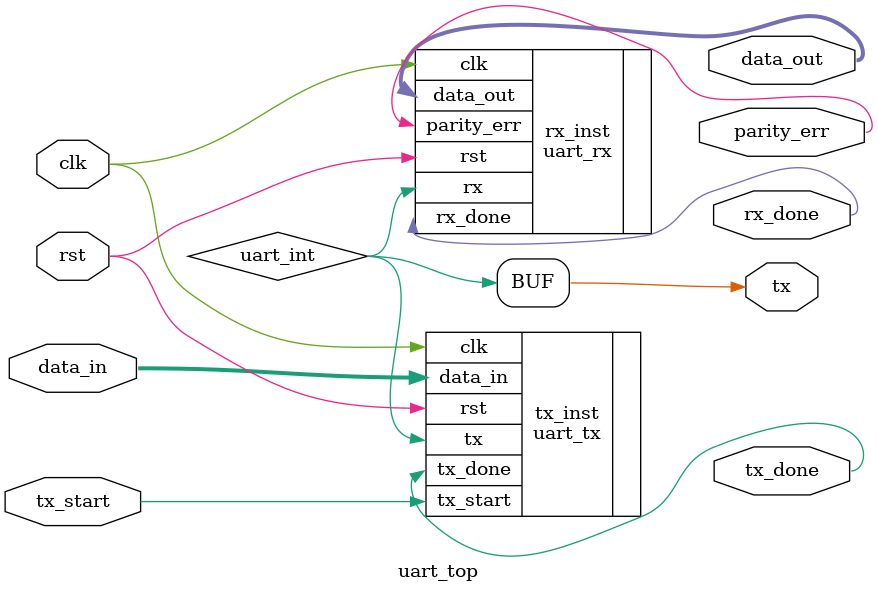
<source format=v>
module uart_top(clk,rst,tx,tx_done,data_in,tx_start,data_out,rx_done,parity_err);
input wire clk,rst;
input wire tx_start;
input wire[7:0] data_in;
output wire tx;
output wire tx_done;
output wire[7:0] data_out;
output wire rx_done;
output wire parity_err;

wire uart_int;

uart_tx tx_inst(
    .clk(clk),
    .rst(rst),
    .tx(uart_int),
    .tx_done(tx_done),
    .data_in(data_in),
    .tx_start(tx_start)
);

uart_rx rx_inst(
    .clk(clk),
    .rst(rst),
    .rx(uart_int),
    .data_out(data_out),
    .rx_done(rx_done),
    .parity_err(parity_err)
);
assign tx = uart_int;

endmodule



</source>
